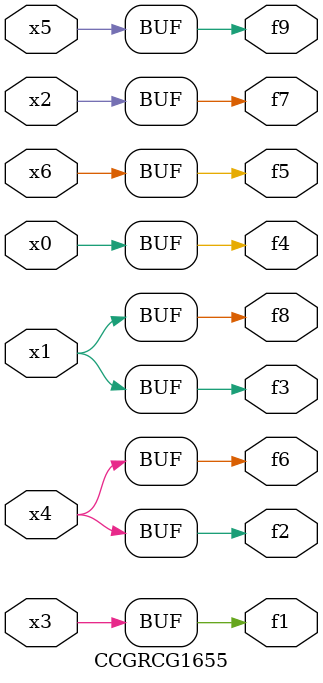
<source format=v>
module CCGRCG1655(
	input x0, x1, x2, x3, x4, x5, x6,
	output f1, f2, f3, f4, f5, f6, f7, f8, f9
);
	assign f1 = x3;
	assign f2 = x4;
	assign f3 = x1;
	assign f4 = x0;
	assign f5 = x6;
	assign f6 = x4;
	assign f7 = x2;
	assign f8 = x1;
	assign f9 = x5;
endmodule

</source>
